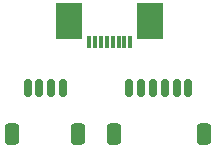
<source format=gbr>
%TF.GenerationSoftware,KiCad,Pcbnew,9.0.4*%
%TF.CreationDate,2025-11-17T08:26:59+00:00*%
%TF.ProjectId,MRF-Pro-v7-breakout-33,4d52462d-5072-46f2-9d76-372d62726561,rev?*%
%TF.SameCoordinates,Original*%
%TF.FileFunction,Paste,Top*%
%TF.FilePolarity,Positive*%
%FSLAX46Y46*%
G04 Gerber Fmt 4.6, Leading zero omitted, Abs format (unit mm)*
G04 Created by KiCad (PCBNEW 9.0.4) date 2025-11-17 08:26:59*
%MOMM*%
%LPD*%
G01*
G04 APERTURE LIST*
G04 Aperture macros list*
%AMRoundRect*
0 Rectangle with rounded corners*
0 $1 Rounding radius*
0 $2 $3 $4 $5 $6 $7 $8 $9 X,Y pos of 4 corners*
0 Add a 4 corners polygon primitive as box body*
4,1,4,$2,$3,$4,$5,$6,$7,$8,$9,$2,$3,0*
0 Add four circle primitives for the rounded corners*
1,1,$1+$1,$2,$3*
1,1,$1+$1,$4,$5*
1,1,$1+$1,$6,$7*
1,1,$1+$1,$8,$9*
0 Add four rect primitives between the rounded corners*
20,1,$1+$1,$2,$3,$4,$5,0*
20,1,$1+$1,$4,$5,$6,$7,0*
20,1,$1+$1,$6,$7,$8,$9,0*
20,1,$1+$1,$8,$9,$2,$3,0*%
G04 Aperture macros list end*
%ADD10R,0.300000X1.100000*%
%ADD11R,2.300000X3.100000*%
%ADD12RoundRect,0.150000X-0.150000X-0.625000X0.150000X-0.625000X0.150000X0.625000X-0.150000X0.625000X0*%
%ADD13RoundRect,0.250000X-0.350000X-0.650000X0.350000X-0.650000X0.350000X0.650000X-0.350000X0.650000X0*%
G04 APERTURE END LIST*
D10*
%TO.C,J5*%
X129553800Y-128776200D03*
X129053800Y-128776200D03*
X128553800Y-128776200D03*
X128053800Y-128776200D03*
X127553800Y-128776200D03*
X127053800Y-128776200D03*
X126553800Y-128776200D03*
X126053800Y-128776200D03*
D11*
X131223800Y-127076200D03*
X124383800Y-127076200D03*
%TD*%
D12*
%TO.C,J6*%
X120853200Y-132715000D03*
X121853200Y-132715000D03*
X122853200Y-132715000D03*
X123853200Y-132715000D03*
D13*
X119553200Y-136590000D03*
X125153200Y-136590000D03*
%TD*%
D12*
%TO.C,J7*%
X129470400Y-132715000D03*
X130470400Y-132715000D03*
X131470400Y-132715000D03*
X132470400Y-132715000D03*
X133470400Y-132715000D03*
X134470400Y-132715000D03*
D13*
X128170400Y-136590000D03*
X135770400Y-136590000D03*
%TD*%
M02*

</source>
